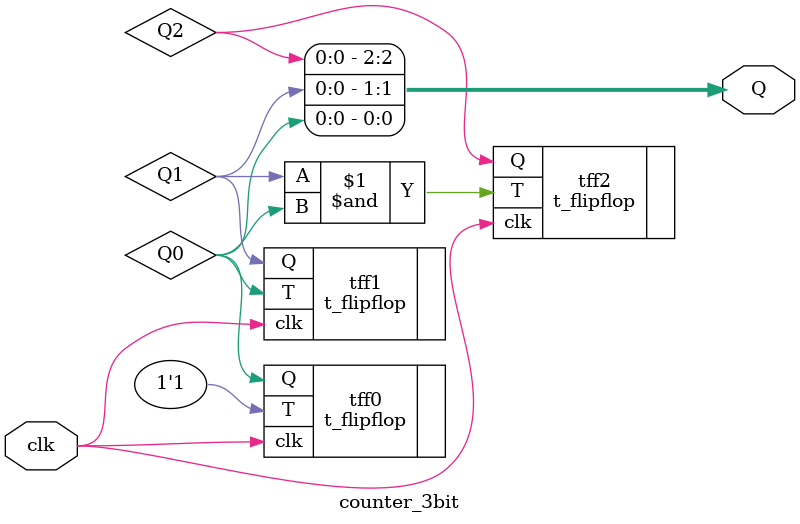
<source format=v>
`timescale 1ns / 1ps


module counter_3bit (
    input clk,
    output [2:0] Q
);

    wire Q0, Q1, Q2;

    t_flipflop tff0 (
        .T(1'b1),
        .clk(clk),
        .Q(Q0)
    );

    t_flipflop tff1 (
        .T(Q0),
        .clk(clk),
        .Q(Q1)
    );

    t_flipflop tff2 (
        .T(Q1 & Q0),
        .clk(clk),
        .Q(Q2)
    );

    assign Q = {Q2, Q1, Q0};

endmodule


</source>
